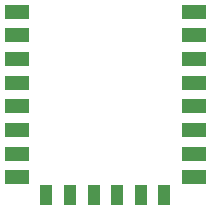
<source format=gbr>
G04 #@! TF.GenerationSoftware,KiCad,Pcbnew,(5.0.1-3-g963ef8bb5)*
G04 #@! TF.CreationDate,2020-03-03T22:19:26-05:00*
G04 #@! TF.ProjectId,NeuMaE,4E65754D61452E6B696361645F706362,rev?*
G04 #@! TF.SameCoordinates,Original*
G04 #@! TF.FileFunction,Paste,Top*
G04 #@! TF.FilePolarity,Positive*
%FSLAX46Y46*%
G04 Gerber Fmt 4.6, Leading zero omitted, Abs format (unit mm)*
G04 Created by KiCad (PCBNEW (5.0.1-3-g963ef8bb5)) date Tuesday, 03 March 2020 at 22:19:26*
%MOMM*%
%LPD*%
G01*
G04 APERTURE LIST*
%ADD10R,1.100000X1.700000*%
%ADD11R,2.000000X1.200000*%
G04 APERTURE END LIST*
D10*
G04 #@! TO.C,U2*
X73237501Y-49675001D03*
X71237501Y-49675001D03*
X69237501Y-49675001D03*
X67237501Y-49675001D03*
X65237501Y-49675001D03*
X63237501Y-49675001D03*
D11*
X75737501Y-34175001D03*
X75737501Y-36175001D03*
X75737501Y-38175001D03*
X75737501Y-40175001D03*
X75737501Y-42175001D03*
X75737501Y-44175001D03*
X75737501Y-46175001D03*
X75737501Y-48175001D03*
X60737501Y-48175001D03*
X60737501Y-46175001D03*
X60737501Y-44175001D03*
X60737501Y-42175001D03*
X60737501Y-40175001D03*
X60737501Y-38175001D03*
X60737501Y-36175001D03*
X60737501Y-34175001D03*
G04 #@! TD*
M02*

</source>
